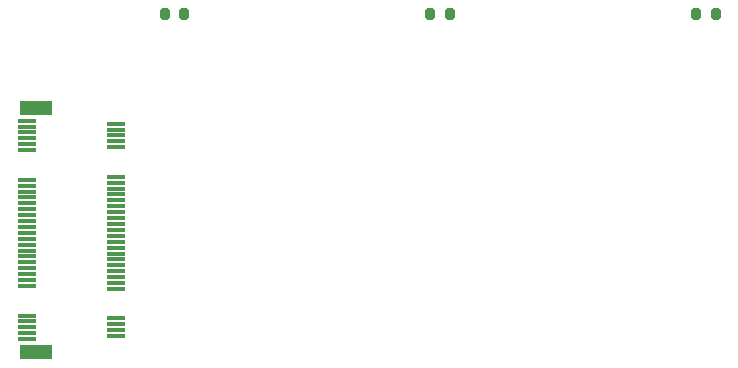
<source format=gbr>
%TF.GenerationSoftware,KiCad,Pcbnew,8.0.1*%
%TF.CreationDate,2024-04-21T18:31:03+02:00*%
%TF.ProjectId,Hypersonic_pedal_pcb,48797065-7273-46f6-9e69-635f70656461,rev?*%
%TF.SameCoordinates,Original*%
%TF.FileFunction,Paste,Bot*%
%TF.FilePolarity,Positive*%
%FSLAX46Y46*%
G04 Gerber Fmt 4.6, Leading zero omitted, Abs format (unit mm)*
G04 Created by KiCad (PCBNEW 8.0.1) date 2024-04-21 18:31:03*
%MOMM*%
%LPD*%
G01*
G04 APERTURE LIST*
G04 Aperture macros list*
%AMRoundRect*
0 Rectangle with rounded corners*
0 $1 Rounding radius*
0 $2 $3 $4 $5 $6 $7 $8 $9 X,Y pos of 4 corners*
0 Add a 4 corners polygon primitive as box body*
4,1,4,$2,$3,$4,$5,$6,$7,$8,$9,$2,$3,0*
0 Add four circle primitives for the rounded corners*
1,1,$1+$1,$2,$3*
1,1,$1+$1,$4,$5*
1,1,$1+$1,$6,$7*
1,1,$1+$1,$8,$9*
0 Add four rect primitives between the rounded corners*
20,1,$1+$1,$2,$3,$4,$5,0*
20,1,$1+$1,$4,$5,$6,$7,0*
20,1,$1+$1,$6,$7,$8,$9,0*
20,1,$1+$1,$8,$9,$2,$3,0*%
G04 Aperture macros list end*
%ADD10R,1.550000X0.300000*%
%ADD11R,2.750000X1.200000*%
%ADD12RoundRect,0.200000X0.200000X0.275000X-0.200000X0.275000X-0.200000X-0.275000X0.200000X-0.275000X0*%
G04 APERTURE END LIST*
D10*
%TO.C,J1*%
X84490000Y-99250000D03*
X92040000Y-99500000D03*
X84490000Y-99750000D03*
X92040000Y-100000000D03*
X84490000Y-100250000D03*
X92040000Y-100500000D03*
X84490000Y-100750000D03*
X92040000Y-101000000D03*
X84490000Y-101250000D03*
X92040000Y-101500000D03*
X84490000Y-101750000D03*
X92040000Y-104000000D03*
X84490000Y-104250000D03*
X92040000Y-104500000D03*
X84490000Y-104750000D03*
X92040000Y-105000000D03*
X84490000Y-105250000D03*
X92040000Y-105500000D03*
X84490000Y-105750000D03*
X92040000Y-106000000D03*
X84490000Y-106250000D03*
X92040000Y-106500000D03*
X84490000Y-106750000D03*
X92040000Y-107000000D03*
X84490000Y-107250000D03*
X92040000Y-107500000D03*
X84490000Y-107750000D03*
X92040000Y-108000000D03*
X84490000Y-108250000D03*
X92040000Y-108500000D03*
X84490000Y-108750000D03*
X92040000Y-109000000D03*
X84490000Y-109250000D03*
X92040000Y-109500000D03*
X84490000Y-109750000D03*
X92040000Y-110000000D03*
X84490000Y-110250000D03*
X92040000Y-110500000D03*
X84490000Y-110750000D03*
X92040000Y-111000000D03*
X84490000Y-111250000D03*
X92040000Y-111500000D03*
X84490000Y-111750000D03*
X92040000Y-112000000D03*
X84490000Y-112250000D03*
X92040000Y-112500000D03*
X84490000Y-112750000D03*
X92040000Y-113000000D03*
X84490000Y-113250000D03*
X92040000Y-113500000D03*
X84490000Y-115750000D03*
X92040000Y-116000000D03*
X84490000Y-116250000D03*
X92040000Y-116500000D03*
X84490000Y-116750000D03*
X92040000Y-117000000D03*
X84490000Y-117250000D03*
X92040000Y-117500000D03*
X84490000Y-117750000D03*
D11*
X85265000Y-98150000D03*
X85265000Y-118850000D03*
%TD*%
D12*
%TO.C,R1*%
X97825000Y-90250000D03*
X96175000Y-90250000D03*
%TD*%
%TO.C,R3*%
X141175000Y-90250000D03*
X142825000Y-90250000D03*
%TD*%
%TO.C,R2*%
X120325000Y-90250000D03*
X118675000Y-90250000D03*
%TD*%
M02*

</source>
